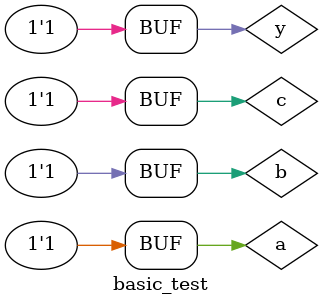
<source format=v>
module basic_test;
  reg a, b, c;
  wire y;

  // Instantiate the AND gate
  and (y, a, b, c);

  initial begin
    // Apply test vectors
    a = 0; b = 0; c = 0;
    #10;
    a = 0; b = 0; c = 1;
    #10;
    a = 0; b = 1; c = 0;
    #10;
    a = 0; b = 1; c = 1;
    #10;
    a = 1; b = 0; c = 0;
    #10;
    a = 1; b = 0; c = 1;
    #10;
    a = 1; b = 1; c = 0;
    #10;
    a = 1; b = 1; c = 1;
    #10;
  end

  initial begin
    $monitor("At time %t, a = %b, b = %b, c = %b, y = %b", $time, a, b, c, y);
  end
endmodule

</source>
